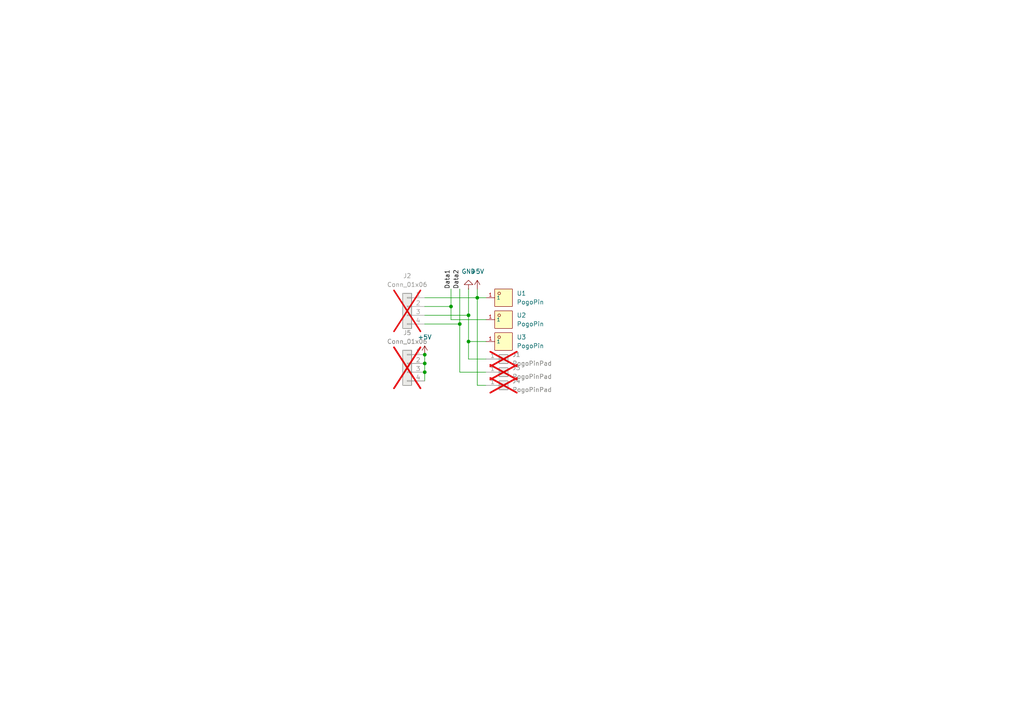
<source format=kicad_sch>
(kicad_sch (version 20231120) (generator "eeschema") (generator_version "8.0")
  (paper "A4")
  (lib_symbols
    (symbol "Connector_Generic:Conn_01x01" (pin_names (offset 1.016) hide)
      (property "Reference" "J" (at 0 2.54 0))
      (property "Value" "Conn_01x01" (at 0 -2.54 0))
      (symbol "Conn_01x01_1_1"
        (rectangle (start -1.27 0.127) (end 0 -0.127) (stroke (width 0.1524)))
        (rectangle (start -1.27 1.27) (end 1.27 -1.27) (stroke (width 0.254)) (fill (type background)))
        (pin passive line (at -5.08 0 0) (length 3.81) (name "Pin_1") (number "1"))
      )
    )
    (symbol "Connector_Generic:Conn_01x04" (pin_names (offset 1.016) hide)
      (property "Reference" "J" (at 0 5.08 0))
      (property "Value" "Conn_01x04" (at 0 -7.62 0))
      (symbol "Conn_01x04_1_1"
        (rectangle (start -1.27 -4.953) (end 0 -5.207) (stroke (width 0.1524)))
        (rectangle (start -1.27 -2.413) (end 0 -2.667) (stroke (width 0.1524)))
        (rectangle (start -1.27 0.127) (end 0 -0.127) (stroke (width 0.1524)))
        (rectangle (start -1.27 2.667) (end 0 2.413) (stroke (width 0.1524)))
        (rectangle (start -1.27 3.81) (end 1.27 -6.35) (stroke (width 0.254)) (fill (type background)))
        (pin passive line (at -5.08 2.54 0) (length 3.81) (name "Pin_1") (number "1"))
        (pin passive line (at -5.08 0 0) (length 3.81) (name "Pin_2") (number "2"))
        (pin passive line (at -5.08 -2.54 0) (length 3.81) (name "Pin_3") (number "3"))
        (pin passive line (at -5.08 -5.08 0) (length 3.81) (name "Pin_4") (number "4"))
      )
    )
    (symbol "Custom_Parts:PogoPin"
      (property "Reference" "U" (at 0 1.27 0))
      (property "Value" "PogoPin" (at 0 -2.54 0))
      (symbol "PogoPin_0_1"
        (rectangle (start -1.27 2.54) (end 3.81 -2.54) (fill (type background)))
        (circle (center 0 1.27) (radius 0.381) (fill (type background)))
      )
      (symbol "PogoPin_1_1"
        (pin passive line (at -3.81 0 0) (length 2.54) (name "1") (number "1"))
      )
    )
    (symbol "power:+5V" (power) (pin_numbers hide) (pin_names (offset 0) hide)
      (property "Value" "+5V" (at 0 3.556 0))
      (symbol "+5V_0_1"
        (polyline (pts (xy -0.762 1.27) (xy 0 2.54)))
        (polyline (pts (xy 0 0) (xy 0 2.54)))
        (polyline (pts (xy 0 2.54) (xy 0.762 1.27)))
      )
      (symbol "+5V_1_1"
        (pin power_in line (at 0 0 90) (length 0) (name "~") (number "1"))
      )
    )
    (symbol "power:GND" (power) (pin_numbers hide) (pin_names (offset 0) hide)
      (property "Value" "GND" (at 0 -3.81 0))
      (symbol "GND_0_1"
        (polyline (pts (xy 0 0) (xy 0 -1.27) (xy 1.27 -1.27) (xy 0 -2.54) (xy -1.27 -1.27) (xy 0 -1.27)))
      )
      (symbol "GND_1_1"
        (pin power_in line (at 0 0 270) (length 0) (name "~") (number "1"))
      )
    )
  )
  (junction (at 123.19 107.95))
  (junction (at 138.43 86.36))
  (junction (at 135.89 91.44))
  (junction (at 133.35 93.98))
  (junction (at 135.89 99.06))
  (junction (at 130.81 88.9))
  (junction (at 123.19 105.41))
  (junction (at 123.19 102.87))
  (wire (pts (xy 135.89 104.14) (xy 140.97 104.14)))
  (wire (pts (xy 123.19 93.98) (xy 133.35 93.98)))
  (wire (pts (xy 135.89 99.06) (xy 135.89 104.14)))
  (wire (pts (xy 133.35 83.82) (xy 133.35 93.98)))
  (wire (pts (xy 135.89 83.82) (xy 135.89 91.44)))
  (wire (pts (xy 133.35 93.98) (xy 133.35 107.95)))
  (wire (pts (xy 130.81 83.82) (xy 130.81 88.9)))
  (wire (pts (xy 123.19 86.36) (xy 138.43 86.36)))
  (wire (pts (xy 130.81 88.9) (xy 130.81 92.71)))
  (wire (pts (xy 123.19 91.44) (xy 135.89 91.44)))
  (wire (pts (xy 123.19 105.41) (xy 123.19 107.95)))
  (wire (pts (xy 138.43 86.36) (xy 140.97 86.36)))
  (wire (pts (xy 138.43 83.82) (xy 138.43 86.36)))
  (wire (pts (xy 123.19 88.9) (xy 130.81 88.9)))
  (wire (pts (xy 135.89 99.06) (xy 140.97 99.06)))
  (wire (pts (xy 130.81 92.71) (xy 140.97 92.71)))
  (wire (pts (xy 138.43 86.36) (xy 138.43 111.76)))
  (wire (pts (xy 138.43 111.76) (xy 140.97 111.76)))
  (wire (pts (xy 123.19 102.87) (xy 123.19 105.41)))
  (wire (pts (xy 140.97 107.95) (xy 133.35 107.95)))
  (wire (pts (xy 123.19 107.95) (xy 123.19 110.49)))
  (wire (pts (xy 135.89 91.44) (xy 135.89 99.06)))
  (label "Data1" (at 130.81 83.82 90))
  (label "Data2" (at 133.35 83.82 90))
  (symbol (lib_id "Connector_Generic:Conn_01x04") (at 118.11 105.41 0) (mirror y) (unit 1) (in_bom no) (dnp yes)
    (property "Reference" "J5" (at 118.11 96.52 0))
    (property "Value" "Conn_01x06" (at 118.11 99.06 0))
    (property "Footprint" "CustomFootprints:01x04_PinPads_Single" (effects (hide yes)))
    (property "Description" "Generic connector, single row, 01x04, script generated (kicad-library-utils/schlib/autogen/connector/)" (effects (hide yes)))
  )
  (symbol (lib_id "Connector_Generic:Conn_01x01") (at 146.05 111.76 0) (unit 1) (in_bom no) (dnp yes)
    (property "Reference" "J4" (at 148.59 110.4899 0) (effects (justify left)))
    (property "Value" "PogoPinPad" (at 148.59 113.0299 0) (effects (justify left)))
    (property "Footprint" "CustomFootprints:PogoPinPad" (effects (hide yes)))
    (property "Description" "Generic connector, single row, 01x01, script generated (kicad-library-utils/schlib/autogen/connector/)" (effects (hide yes)))
  )
  (symbol (lib_id "power:+5V") (at 123.19 102.87 0) (mirror y) (unit 1)
    (property "Reference" "#PWR3" (effects (hide yes)))
    (property "Value" "+5V" (at 123.19 97.79 0))
    (property "Description" "Power symbol creates a global label with name \"+5V\"" (effects (hide yes)))
  )
  (symbol (lib_id "Connector_Generic:Conn_01x01") (at 146.05 107.95 0) (unit 1) (in_bom no) (dnp yes)
    (property "Reference" "J3" (at 148.59 106.6799 0) (effects (justify left)))
    (property "Value" "PogoPinPad" (at 148.59 109.2199 0) (effects (justify left)))
    (property "Footprint" "CustomFootprints:PogoPinPad" (effects (hide yes)))
    (property "Description" "Generic connector, single row, 01x01, script generated (kicad-library-utils/schlib/autogen/connector/)" (effects (hide yes)))
  )
  (symbol (lib_id "Custom_Parts:PogoPin") (at 144.78 86.36 0) (unit 1)
    (property "Reference" "U1" (at 149.86 85.0899 0) (effects (justify left)))
    (property "Value" "PogoPin" (at 149.86 87.6299 0) (effects (justify left)))
    (property "Footprint" "CustomFootprints:PogoPin" (effects (hide yes)))
    (property "Datasheet" "https://atta.szlcsc.com/upload/public/pdf/source/20220930/797C47F6E516FCCEE965EDB3D3E562E0.pdf" (effects (hide yes)))
    (property "LCSC" "C2988082" (effects (hide yes)))
  )
  (symbol (lib_id "Connector_Generic:Conn_01x04") (at 118.11 88.9 0) (mirror y) (unit 1) (in_bom no) (dnp yes)
    (property "Reference" "J2" (at 118.11 80.01 0))
    (property "Value" "Conn_01x06" (at 118.11 82.55 0))
    (property "Footprint" "CustomFootprints:01x04_PinPads_Single" (effects (hide yes)))
    (property "Description" "Generic connector, single row, 01x04, script generated (kicad-library-utils/schlib/autogen/connector/)" (effects (hide yes)))
  )
  (symbol (lib_id "Custom_Parts:PogoPin") (at 144.78 99.06 0) (unit 1)
    (property "Reference" "U3" (at 149.86 97.7899 0) (effects (justify left)))
    (property "Value" "PogoPin" (at 149.86 100.3299 0) (effects (justify left)))
    (property "Footprint" "CustomFootprints:PogoPin" (effects (hide yes)))
    (property "Datasheet" "https://atta.szlcsc.com/upload/public/pdf/source/20220930/797C47F6E516FCCEE965EDB3D3E562E0.pdf" (effects (hide yes)))
    (property "LCSC" "C2988082" (effects (hide yes)))
  )
  (symbol (lib_id "Custom_Parts:PogoPin") (at 144.78 92.71 0) (unit 1)
    (property "Reference" "U2" (at 149.86 91.4399 0) (effects (justify left)))
    (property "Value" "PogoPin" (at 149.86 93.9799 0) (effects (justify left)))
    (property "Footprint" "CustomFootprints:PogoPin" (effects (hide yes)))
    (property "Datasheet" "https://atta.szlcsc.com/upload/public/pdf/source/20220930/797C47F6E516FCCEE965EDB3D3E562E0.pdf" (effects (hide yes)))
    (property "LCSC" "C2988082" (effects (hide yes)))
  )
  (symbol (lib_id "power:+5V") (at 138.43 83.82 0) (mirror y) (unit 1)
    (property "Reference" "#PWR2" (effects (hide yes)))
    (property "Value" "+5V" (at 138.43 78.74 0))
    (property "Description" "Power symbol creates a global label with name \"+5V\"" (effects (hide yes)))
  )
  (symbol (lib_id "Connector_Generic:Conn_01x01") (at 146.05 104.14 0) (unit 1) (in_bom no) (dnp yes)
    (property "Reference" "J1" (at 148.59 102.8699 0) (effects (justify left)))
    (property "Value" "PogoPinPad" (at 148.59 105.4099 0) (effects (justify left)))
    (property "Footprint" "CustomFootprints:PogoPinPad" (effects (hide yes)))
    (property "Description" "Generic connector, single row, 01x01, script generated (kicad-library-utils/schlib/autogen/connector/)" (effects (hide yes)))
  )
  (symbol (lib_id "power:GND") (at 135.89 83.82 180) (unit 1)
    (property "Reference" "#PWR1" (effects (hide yes)))
    (property "Value" "GND" (at 135.89 78.74 0))
    (property "Description" "Power symbol creates a global label with name \"GND\" , ground" (effects (hide yes)))
  )
)
</source>
